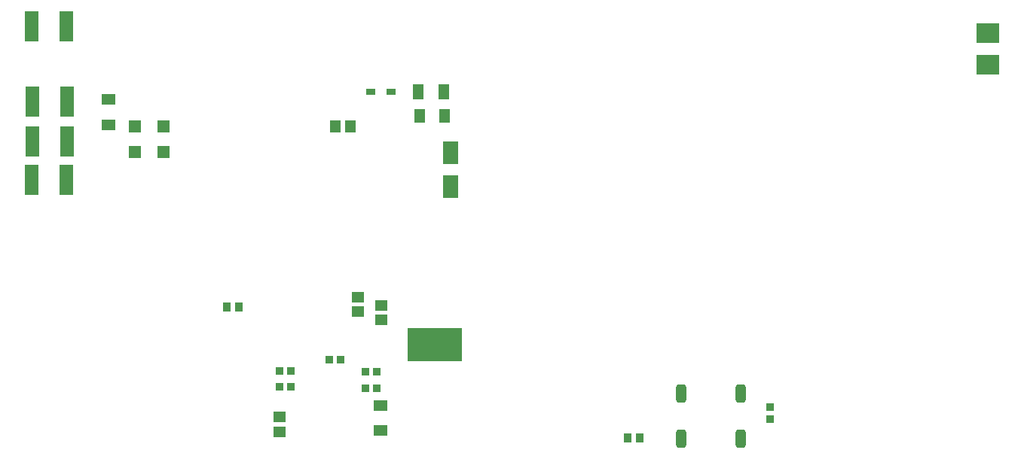
<source format=gbr>
%TF.GenerationSoftware,Altium Limited,Altium Designer,19.0.10 (269)*%
G04 Layer_Color=128*
%FSLAX26Y26*%
%MOIN*%
%TF.FileFunction,Paste,Bot*%
%TF.Part,Single*%
G01*
G75*
%TA.AperFunction,SMDPad,CuDef*%
%ADD14R,0.055118X0.051181*%
%ADD15R,0.047244X0.064961*%
%ADD21R,0.033465X0.037402*%
%ADD25R,0.244095X0.147638*%
%ADD29R,0.037402X0.033465*%
%ADD30R,0.035433X0.039370*%
%ADD36R,0.045276X0.053150*%
%ADD46R,0.039370X0.025591*%
%ADD70R,0.064961X0.047244*%
%ADD71R,0.053150X0.045276*%
%ADD72R,0.062992X0.137795*%
G04:AMPARAMS|DCode=73|XSize=45mil|YSize=80mil|CornerRadius=11.25mil|HoleSize=0mil|Usage=FLASHONLY|Rotation=0.000|XOffset=0mil|YOffset=0mil|HoleType=Round|Shape=RoundedRectangle|*
%AMROUNDEDRECTD73*
21,1,0.045000,0.057500,0,0,0.0*
21,1,0.022500,0.080000,0,0,0.0*
1,1,0.022500,0.011250,-0.028750*
1,1,0.022500,-0.011250,-0.028750*
1,1,0.022500,-0.011250,0.028750*
1,1,0.022500,0.011250,0.028750*
%
%ADD73ROUNDEDRECTD73*%
%ADD74R,0.102362X0.088583*%
%ADD75R,0.057087X0.053150*%
%ADD76R,0.051181X0.070866*%
%ADD77R,0.068898X0.100394*%
D14*
X2283465Y1464567D02*
D03*
Y1401575D02*
D03*
X2181102Y1437008D02*
D03*
Y1500000D02*
D03*
D15*
X2452756Y2303150D02*
D03*
X2562992D02*
D03*
D21*
X2104331Y1224409D02*
D03*
X2053150D02*
D03*
X2214567Y1169626D02*
D03*
X2265748D02*
D03*
X2214567Y1098593D02*
D03*
X2265748D02*
D03*
X1883858Y1105315D02*
D03*
X1832677D02*
D03*
X1832677Y1174695D02*
D03*
X1883858D02*
D03*
D25*
X2521023Y1291181D02*
D03*
D29*
X4003937Y1012205D02*
D03*
Y961024D02*
D03*
D30*
X1601378Y1456693D02*
D03*
X1654528D02*
D03*
X3375000Y876378D02*
D03*
X3428150D02*
D03*
D36*
X2148622Y2258858D02*
D03*
X2079724D02*
D03*
D46*
X2238189Y2409449D02*
D03*
X2328740D02*
D03*
D70*
X2281329Y909449D02*
D03*
Y1019685D02*
D03*
X1077953Y2265354D02*
D03*
Y2375590D02*
D03*
D71*
X1834646Y971457D02*
D03*
Y902559D02*
D03*
D72*
X738189Y2700787D02*
D03*
X891732D02*
D03*
X739764Y2368504D02*
D03*
X893307D02*
D03*
X739764Y2192126D02*
D03*
X893307D02*
D03*
X737008Y2019685D02*
D03*
X890551D02*
D03*
D73*
X3875236Y873874D02*
D03*
Y1073874D02*
D03*
X3610236D02*
D03*
Y873874D02*
D03*
D74*
X4968504Y2669685D02*
D03*
Y2529921D02*
D03*
D75*
X1321732Y2258858D02*
D03*
Y2142717D02*
D03*
X1195748Y2258858D02*
D03*
Y2142717D02*
D03*
D76*
X2561024Y2409449D02*
D03*
X2446850D02*
D03*
D77*
X2590551Y1991929D02*
D03*
Y2141929D02*
D03*
%TF.MD5,92d488263e94ec1ddc2325398e6e1b14*%
M02*

</source>
